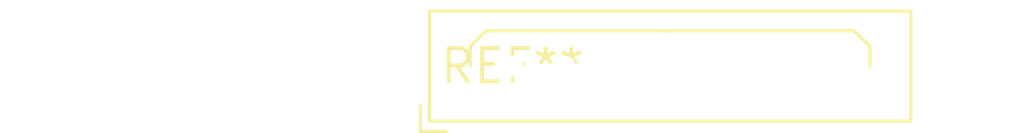
<source format=kicad_pcb>
(kicad_pcb (version 20240108) (generator pcbnew)
  (layers (0 "F.Cu" signal) (31 "B.Cu" signal) (34 "B.Paste" user) (35 "F.Paste" user) (36 "B.SilkS" user "B.Silkscreen") (37 "F.SilkS" user "F.Silkscreen") (38 "B.Mask" user) (39 "F.Mask" user) (44 "Edge.Cuts" user))
  (net 0 "")
  (footprint "Harwin_LTek-Male_07_P2.00mm_Vertical" (layer "F.Cu") (at 0 0)
    (property "Reference" "REF**")
    (property "Value" "Harwin_LTek-Male_07_P2.00mm_Vertical")
    (fp_line (start -3.5 1.5) (end -3.5 2.5) (layer "F.SilkS") (stroke (width 0.12)))
    (fp_line (start -3.5 2.5) (end -2.5 2.5) (layer "F.SilkS") (stroke (width 0.12)))
    (fp_line (start -3.15 -2.1) (end -3.15 2.1) (layer "F.SilkS") (stroke (width 0.12)))
    (fp_line (start -3.15 2.1) (end 15.15 2.1) (layer "F.SilkS") (stroke (width 0.12)))
    (fp_line (start -1.6 -0.75) (end -1 -1.35) (layer "F.SilkS") (stroke (width 0.12)))
    (fp_line (start -1.6 0) (end -1.6 -0.75) (layer "F.SilkS") (stroke (width 0.12)))
    (fp_line (start -1 -1.35) (end 6 -1.35) (layer "F.SilkS") (stroke (width 0.12)))
    (fp_line (start 13 -1.35) (end 6 -1.35) (layer "F.SilkS") (stroke (width 0.12)))
    (fp_line (start 13.6 -0.75) (end 13 -1.35) (layer "F.SilkS") (stroke (width 0.12)))
    (fp_line (start 13.6 0) (end 13.6 -0.75) (layer "F.SilkS") (stroke (width 0.12)))
    (fp_line (start 15.15 -2.1) (end -3.15 -2.1) (layer "F.SilkS") (stroke (width 0.12)))
    (fp_line (start 15.15 2.1) (end 15.15 -2.1) (layer "F.SilkS") (stroke (width 0.12)))
    (pad "1" thru_hole rect (at 0 0) (size 1.35 1.35) (drill 0.8) (layers *.Cu *.Mask) (remove_unused_layers))
    (pad "2" thru_hole circle (at 2 0) (size 1.35 1.35) (drill 0.8) (layers *.Cu *.Mask) (remove_unused_layers))
    (pad "3" thru_hole circle (at 4 0) (size 1.35 1.35) (drill 0.8) (layers *.Cu *.Mask) (remove_unused_layers))
    (pad "4" thru_hole circle (at 6 0) (size 1.35 1.35) (drill 0.8) (layers *.Cu *.Mask) (remove_unused_layers))
    (pad "5" thru_hole circle (at 8 0) (size 1.35 1.35) (drill 0.8) (layers *.Cu *.Mask) (remove_unused_layers))
    (pad "6" thru_hole circle (at 10 0) (size 1.35 1.35) (drill 0.8) (layers *.Cu *.Mask) (remove_unused_layers))
    (pad "7" thru_hole circle (at 12 0) (size 1.35 1.35) (drill 0.8) (layers *.Cu *.Mask) (remove_unused_layers))
  )
)
</source>
